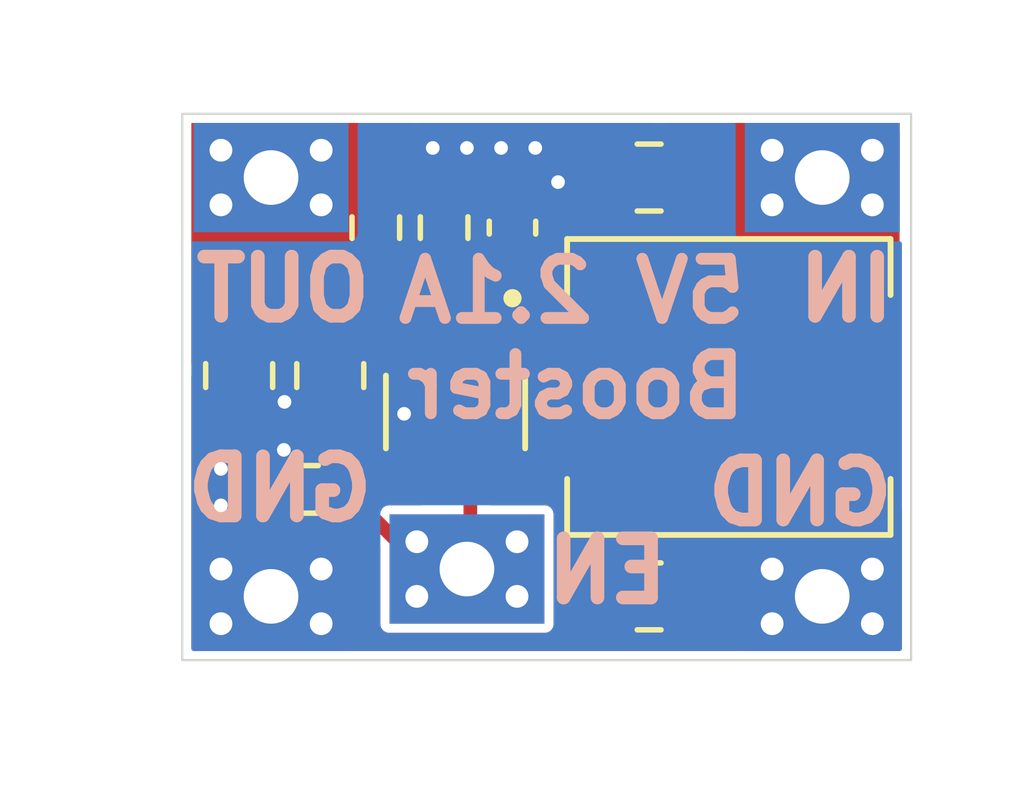
<source format=kicad_pcb>
(kicad_pcb (version 20241229) (generator "pcbnew") (generator_version "9.0")
  (layers (0 "F.Cu" signal) (2 "B.Cu" signal) (13 "F.Paste" user) (15 "B.Paste" user) (5 "F.SilkS" user "F.Silkscreen") (7 "B.SilkS" user "B.Silkscreen") (1 "F.Mask" user) (3 "B.Mask" user) (25 "Edge.Cuts" user))
  (net 0 "")
  (net 1 "GND")
  (net 2 "VIN")
  (net 3 "VOUT")
  (net 4 "Net-(U2-SW)")
  (net 5 "Net-(U2-FB)")
  (net 6 "EN")
  (footprint "Capacitor_SMD:C_0603_1608Metric" (layer "F.Cu") (at 145 81.5 90)
    (property "Reference" "C2" (hide yes))
    (property "Value" "1uF")
    (fp_line (start -0.14058 -0.51) (end 0.14058 -0.51) (stroke (width 0.12)) (layer "F.SilkS"))
    (fp_line (start -0.14058 0.51) (end 0.14058 0.51) (stroke (width 0.12)) (layer "F.SilkS"))
    (pad "1" smd roundrect (at -0.775 0 90) (size 0.9 0.95) (layers "F.Cu" "F.Mask" "F.Paste") (net 2 "VIN"))
    (pad "2" smd roundrect (at 0.775 0 90) (size 0.9 0.95) (layers "F.Cu" "F.Mask" "F.Paste") (net 1 "GND"))
  )
  (footprint "Capacitor_SMD:C_0805_2012Metric" (layer "F.Cu") (at 139 84.75 -90)
    (property "Reference" "C4" (hide yes))
    (property "Value" "22uF")
    (fp_line (start -0.261252 0.735) (end 0.261252 0.735) (stroke (width 0.12)) (layer "F.SilkS"))
    (fp_line (start -0.261252 -0.735) (end 0.261252 -0.735) (stroke (width 0.12)) (layer "F.SilkS"))
    (pad "1" smd roundrect (at -0.95 0 270) (size 1 1.45) (layers "F.Cu" "F.Mask" "F.Paste") (net 3 "VOUT"))
    (pad "2" smd roundrect (at 0.95 0 270) (size 1 1.45) (layers "F.Cu" "F.Mask" "F.Paste") (net 1 "GND"))
  )
  (footprint "Capacitor_SMD:C_0805_2012Metric" (layer "F.Cu") (at 141 84.75 -90)
    (property "Reference" "C3" (hide yes))
    (property "Value" "22uF")
    (fp_line (start -0.261252 0.735) (end 0.261252 0.735) (stroke (width 0.12)) (layer "F.SilkS"))
    (fp_line (start -0.261252 -0.735) (end 0.261252 -0.735) (stroke (width 0.12)) (layer "F.SilkS"))
    (pad "1" smd roundrect (at -0.95 0 270) (size 1 1.45) (layers "F.Cu" "F.Mask" "F.Paste") (net 3 "VOUT"))
    (pad "2" smd roundrect (at 0.95 0 270) (size 1 1.45) (layers "F.Cu" "F.Mask" "F.Paste") (net 1 "GND"))
  )
  (footprint "Solder pads:Solder_pad_4x3mm" (layer "F.Cu") (at 139.7 80.4 180)
    (property "Reference" "J1" (hide yes))
    (property "Value" "VOUT")
    (pad "1" thru_hole circle (at -1.1 -0.6 180) (size 0.8 0.8) (drill 0.5) (layers "*.Cu" "*.Mask") (net 3 "VOUT"))
    (pad "1" thru_hole circle (at -1.1 0.6 180) (size 0.8 0.8) (drill 0.5) (layers "*.Cu" "*.Mask") (net 3 "VOUT"))
    (pad "1" thru_hole rect (at 0 0 180) (size 3.4 2.4) (drill 1.2) (layers "*.Cu" "*.Mask") (net 3 "VOUT"))
    (pad "1" thru_hole circle (at 1.1 -0.6 180) (size 0.8 0.8) (drill 0.5) (layers "*.Cu" "*.Mask") (net 3 "VOUT"))
    (pad "1" thru_hole circle (at 1.1 0.6 180) (size 0.8 0.8) (drill 0.5) (layers "*.Cu" "*.Mask") (net 3 "VOUT"))
  )
  (footprint "RT4812GJ8F:SOT65P279X100-8N" (layer "F.Cu") (at 143.75 85.55 -90)
    (property "Reference" "U2" (hide yes))
    (property "Value" "RT4812GJ8F")
    (fp_line (start -0.8 1.5285) (end 0.8 1.5285) (stroke (width 0.127)) (layer "F.SilkS"))
    (fp_line (start -0.8 -1.5285) (end 0.8 -1.5285) (stroke (width 0.127)) (layer "F.SilkS"))
    (fp_circle (center -2.5 -1.25) (end -2.4 -1.25) (stroke (width 0.2)) (fill no) (layer "F.SilkS"))
    (pad "1" smd roundrect (at -1.25 -0.975 270) (size 1.22 0.48) (layers "F.Cu" "F.Mask" "F.Paste") (roundrect_rratio 0.125) (net 2 "VIN"))
    (pad "2" smd roundrect (at -1.25 -0.325 270) (size 1.22 0.48) (layers "F.Cu" "F.Mask" "F.Paste") (roundrect_rratio 0.125) (net 5 "Net-(U2-FB)"))
    (pad "3" smd roundrect (at -1.25 0.325 270) (size 1.22 0.48) (layers "F.Cu" "F.Mask" "F.Paste") (roundrect_rratio 0.125) (net 3 "VOUT"))
    (pad "4" smd roundrect (at -1.25 0.975 270) (size 1.22 0.48) (layers "F.Cu" "F.Mask" "F.Paste") (roundrect_rratio 0.125) (net 1 "GND"))
    (pad "5" smd roundrect (at 1.25 0.975 270) (size 1.22 0.48) (layers "F.Cu" "F.Mask" "F.Paste") (roundrect_rratio 0.125) (net 1 "GND"))
    (pad "6" smd roundrect (at 1.25 0.325 270) (size 1.22 0.48) (layers "F.Cu" "F.Mask" "F.Paste") (roundrect_rratio 0.125) (net 4 "Net-(U2-SW)"))
    (pad "7" smd roundrect (at 1.25 -0.325 270) (size 1.22 0.48) (layers "F.Cu" "F.Mask" "F.Paste") (roundrect_rratio 0.125) (net 6 "EN"))
    (pad "8" smd roundrect (at 1.25 -0.975 270) (size 1.22 0.48) (layers "F.Cu" "F.Mask" "F.Paste") (roundrect_rratio 0.125) (net 2 "VIN"))
  )
  (footprint "Resistor_SMD:R_0603_1608Metric" (layer "F.Cu") (at 140.5 87.25 180)
    (property "Reference" "R3" (hide yes))
    (property "Value" "100k")
    (fp_line (start -0.237258 0.5225) (end 0.237258 0.5225) (stroke (width 0.12)) (layer "F.SilkS"))
    (fp_line (start -0.237258 -0.5225) (end 0.237258 -0.5225) (stroke (width 0.12)) (layer "F.SilkS"))
    (pad "1" smd roundrect (at -0.825 0 180) (size 0.8 0.95) (layers "F.Cu" "F.Mask" "F.Paste") (net 6 "EN"))
    (pad "2" smd roundrect (at 0.825 0 180) (size 0.8 0.95) (layers "F.Cu" "F.Mask" "F.Paste") (net 1 "GND"))
  )
  (footprint "Capacitor_SMD:C_0805_2012Metric" (layer "F.Cu") (at 148 80.4 180)
    (property "Reference" "C1" (hide yes))
    (property "Value" "22uF")
    (fp_line (start -0.261252 0.735) (end 0.261252 0.735) (stroke (width 0.12)) (layer "F.SilkS"))
    (fp_line (start -0.261252 -0.735) (end 0.261252 -0.735) (stroke (width 0.12)) (layer "F.SilkS"))
    (pad "1" smd roundrect (at -0.95 0 180) (size 1 1.45) (layers "F.Cu" "F.Mask" "F.Paste") (net 2 "VIN"))
    (pad "2" smd roundrect (at 0.95 0 180) (size 1 1.45) (layers "F.Cu" "F.Mask" "F.Paste") (net 1 "GND"))
  )
  (footprint "Solder pads:Solder_pad_4x3mm" (layer "F.Cu") (at 144 89 180)
    (property "Reference" "J5" (hide yes))
    (property "Value" "EN")
    (pad "1" thru_hole circle (at -1.1 -0.6 180) (size 0.8 0.8) (drill 0.5) (layers "*.Cu" "*.Mask") (net 6 "EN"))
    (pad "1" thru_hole circle (at -1.1 0.6 180) (size 0.8 0.8) (drill 0.5) (layers "*.Cu" "*.Mask") (net 6 "EN"))
    (pad "1" thru_hole rect (at 0 0 180) (size 3.4 2.4) (drill 1.2) (layers "*.Cu" "*.Mask") (net 6 "EN"))
    (pad "1" thru_hole circle (at 1.1 -0.6 180) (size 0.8 0.8) (drill 0.5) (layers "*.Cu" "*.Mask") (net 6 "EN"))
    (pad "1" thru_hole circle (at 1.1 0.6 180) (size 0.8 0.8) (drill 0.5) (layers "*.Cu" "*.Mask") (net 6 "EN"))
  )
  (footprint "Capacitor_SMD:C_0805_2012Metric" (layer "F.Cu") (at 148 89.6)
    (property "Reference" "C5" (hide yes))
    (property "Value" "22uF")
    (fp_line (start -0.261252 -0.735) (end 0.261252 -0.735) (stroke (width 0.12)) (layer "F.SilkS"))
    (fp_line (start -0.261252 0.735) (end 0.261252 0.735) (stroke (width 0.12)) (layer "F.SilkS"))
    (pad "1" smd roundrect (at -0.95 0) (size 1 1.45) (layers "F.Cu" "F.Mask" "F.Paste") (net 2 "VIN"))
    (pad "2" smd roundrect (at 0.95 0) (size 1 1.45) (layers "F.Cu" "F.Mask" "F.Paste") (net 1 "GND"))
  )
  (footprint "Resistor_SMD:R_0603_1608Metric" (layer "F.Cu") (at 142 81.5 -90)
    (property "Reference" "R1" (hide yes))
    (property "Value" "909k")
    (fp_line (start -0.237258 0.5225) (end 0.237258 0.5225) (stroke (width 0.12)) (layer "F.SilkS"))
    (fp_line (start -0.237258 -0.5225) (end 0.237258 -0.5225) (stroke (width 0.12)) (layer "F.SilkS"))
    (pad "1" smd roundrect (at -0.825 0 270) (size 0.8 0.95) (layers "F.Cu" "F.Mask" "F.Paste") (net 3 "VOUT"))
    (pad "2" smd roundrect (at 0.825 0 270) (size 0.8 0.95) (layers "F.Cu" "F.Mask" "F.Paste") (net 5 "Net-(U2-FB)"))
  )
  (footprint "Resistor_SMD:R_0603_1608Metric" (layer "F.Cu") (at 143.5 81.5 90)
    (property "Reference" "R2" (hide yes))
    (property "Value" "100k")
    (fp_line (start -0.237258 -0.5225) (end 0.237258 -0.5225) (stroke (width 0.12)) (layer "F.SilkS"))
    (fp_line (start -0.237258 0.5225) (end 0.237258 0.5225) (stroke (width 0.12)) (layer "F.SilkS"))
    (pad "1" smd roundrect (at -0.825 0 90) (size 0.8 0.95) (layers "F.Cu" "F.Mask" "F.Paste") (net 5 "Net-(U2-FB)"))
    (pad "2" smd roundrect (at 0.825 0 90) (size 0.8 0.95) (layers "F.Cu" "F.Mask" "F.Paste") (net 1 "GND"))
  )
  (footprint "SPM6530T_1R5M100:IND_SPM6530T-1R5M100" (layer "F.Cu") (at 149.75 85 180)
    (property "Reference" "L1" (hide yes))
    (property "Value" "SPM6530T-1R5M100")
    (fp_line (start 3.55 3.25) (end 3.55 2.02) (stroke (width 0.127)) (layer "F.SilkS"))
    (fp_line (start 3.55 -3.25) (end 3.55 -2.02) (stroke (width 0.127)) (layer "F.SilkS"))
    (fp_line (start -3.55 3.25) (end 3.55 3.25) (stroke (width 0.127)) (layer "F.SilkS"))
    (fp_line (start -3.55 3.25) (end -3.55 2.02) (stroke (width 0.127)) (layer "F.SilkS"))
    (fp_line (start -3.55 -3.25) (end 3.55 -3.25) (stroke (width 0.127)) (layer "F.SilkS"))
    (fp_line (start -3.55 -3.25) (end -3.55 -2.02) (stroke (width 0.127)) (layer "F.SilkS"))
    (pad "1" smd roundrect (at -2.775 0 180) (size 1.85 3.4) (layers "F.Cu" "F.Mask" "F.Paste") (roundrect_rratio 0.1351351351) (net 2 "VIN"))
    (pad "2" smd roundrect (at 2.775 0 180) (size 1.85 3.4) (layers "F.Cu" "F.Mask" "F.Paste") (roundrect_rratio 0.1351351351) (net 4 "Net-(U2-SW)") (clearance 0.5))
  )
  (footprint "Solder pads:Solder_pad_4x3mm" (layer "F.Cu") (at 151.8 80.4 180)
    (property "Reference" "J4" (hide yes))
    (property "Value" "VIN")
    (pad "1" thru_hole circle (at -1.1 -0.6 180) (size 0.8 0.8) (drill 0.5) (layers "*.Cu" "*.Mask") (net 2 "VIN"))
    (pad "1" thru_hole circle (at -1.1 0.6 180) (size 0.8 0.8) (drill 0.5) (layers "*.Cu" "*.Mask") (net 2 "VIN"))
    (pad "1" thru_hole rect (at 0 0 180) (size 3.4 2.4) (drill 1.2) (layers "*.Cu" "*.Mask") (net 2 "VIN"))
    (pad "1" thru_hole circle (at 1.1 -0.6 180) (size 0.8 0.8) (drill 0.5) (layers "*.Cu" "*.Mask") (net 2 "VIN"))
    (pad "1" thru_hole circle (at 1.1 0.6 180) (size 0.8 0.8) (drill 0.5) (layers "*.Cu" "*.Mask") (net 2 "VIN"))
  )
  (footprint "Solder pads:Solder_pad_4x3mm" (layer "F.Cu") (at 139.7 89.6 180)
    (property "Reference" "J2" (hide yes))
    (property "Value" "GND")
    (pad "1" thru_hole circle (at -1.1 -0.6 180) (size 0.8 0.8) (drill 0.5) (layers "*.Cu" "*.Mask") (net 1 "GND"))
    (pad "1" thru_hole circle (at -1.1 0.6 180) (size 0.8 0.8) (drill 0.5) (layers "*.Cu" "*.Mask") (net 1 "GND"))
    (pad "1" thru_hole rect (at 0 0 180) (size 3.4 2.4) (drill 1.2) (layers "*.Cu" "*.Mask") (net 1 "GND"))
    (pad "1" thru_hole circle (at 1.1 -0.6 180) (size 0.8 0.8) (drill 0.5) (layers "*.Cu" "*.Mask") (net 1 "GND"))
    (pad "1" thru_hole circle (at 1.1 0.6 180) (size 0.8 0.8) (drill 0.5) (layers "*.Cu" "*.Mask") (net 1 "GND"))
  )
  (footprint "Solder pads:Solder_pad_4x3mm" (layer "F.Cu") (at 151.8 89.6)
    (property "Reference" "J3" (hide yes))
    (property "Value" "GND")
    (pad "1" thru_hole circle (at -1.1 -0.6) (size 0.8 0.8) (drill 0.5) (layers "*.Cu" "*.Mask") (net 1 "GND"))
    (pad "1" thru_hole circle (at -1.1 0.6) (size 0.8 0.8) (drill 0.5) (layers "*.Cu" "*.Mask") (net 1 "GND"))
    (pad "1" thru_hole rect (at 0 0) (size 3.4 2.4) (drill 1.2) (layers "*.Cu" "*.Mask") (net 1 "GND"))
    (pad "1" thru_hole circle (at 1.1 -0.6) (size 0.8 0.8) (drill 0.5) (layers "*.Cu" "*.Mask") (net 1 "GND"))
    (pad "1" thru_hole circle (at 1.1 0.6) (size 0.8 0.8) (drill 0.5) (layers "*.Cu" "*.Mask") (net 1 "GND"))
  )
  (gr_rect (start 137.75 79) (end 153.75 91) (stroke (width 0.05)) (fill no) (layer "Edge.Cuts"))
  (gr_text "GND" (at 153.493151 88.086542 0) (layer "B.SilkS") (effects (font (size 1.3 1.3) (thickness 0.3) (bold yes)) (justify left bottom mirror)))
  (gr_text "5V 2.1A\nBooster" (at 150.25 85.75 0) (layer "B.SilkS") (effects (font (size 1.3 1.3) (thickness 0.26) (bold yes)) (justify left bottom mirror)))
  (gr_text "EN" (at 148.548662 89.8 0) (layer "B.SilkS") (effects (font (size 1.3 1.3) (thickness 0.3) (bold yes)) (justify left bottom mirror)))
  (gr_text "IN" (at 153.512657 83.612388 0) (layer "B.SilkS") (effects (font (size 1.3 1.3) (thickness 0.3) (bold yes)) (justify left bottom mirror)))
  (gr_text "OUT" (at 142.021472 83.611139 0) (layer "B.SilkS") (effects (font (size 1.3 1.3) (thickness 0.3) (bold yes)) (justify left bottom mirror)))
  (gr_text "GND" (at 142.072879 87.997879 0) (layer "B.SilkS") (effects (font (size 1.3 1.3) (thickness 0.3) (bold yes)) (justify left bottom mirror)))
  (via (at 138.6 86.8) (size 0.6) (drill 0.3) (layers "F.Cu" "B.Cu") (net 1))
  (via (at 143.25 79.75) (size 0.6) (drill 0.3) (layers "F.Cu" "B.Cu") (net 1))
  (via (at 142.620963 85.589707) (size 0.6) (drill 0.3) (layers "F.Cu" "B.Cu") (net 1))
  (via (at 145.5 79.75) (size 0.6) (drill 0.3) (layers "F.Cu" "B.Cu") (net 1))
  (via (at 138.6 87.6) (size 0.6) (drill 0.3) (layers "F.Cu" "B.Cu") (net 1))
  (via (at 144.75 79.75) (size 0.6) (drill 0.3) (layers "F.Cu" "B.Cu") (net 1))
  (via (at 139.99462 85.327762) (size 0.6) (drill 0.3) (layers "F.Cu" "B.Cu") (net 1))
  (via (at 146 80.5) (size 0.6) (drill 0.3) (layers "F.Cu" "B.Cu") (net 1))
  (via (at 144 79.75) (size 0.6) (drill 0.3) (layers "F.Cu" "B.Cu") (net 1))
  (via (at 139.980833 86.382435) (size 0.6) (drill 0.3) (layers "F.Cu" "B.Cu") (net 1))
  (segment (start 142 82.325) (end 143.5 82.325) (width 0.3) (layer "F.Cu") (net 5))
  (segment (start 144.075 82.9) (end 143.5 82.325) (width 0.3) (layer "F.Cu") (net 5))
  (segment (start 144.075 84.75) (end 144.075 82.9) (width 0.3) (layer "F.Cu") (net 5))
  (segment (start 144.075 87.25) (end 144.075 89.425) (width 0.3) (layer "F.Cu") (net 6))
  (segment (start 142.9 88.9) (end 142.9 88.825) (width 0.3) (layer "F.Cu") (net 6))
  (segment (start 142.9 88.825) (end 141.325 87.25) (width 0.3) (layer "F.Cu") (net 6))
  (segment (start 144.075 89.425) (end 144 89.5) (width 0.3) (layer "F.Cu") (net 6))
  (zone (net 2) (net_name "VIN") (layer "F.Cu") (name "VIN") (priority 2) (connect_pads yes (clearance 0)) (min_thickness 0.025) (fill yes (thermal_gap 0.5) (thermal_bridge_width 0.5) (smoothing fillet) (radius 0.2))
    (polygon (pts (xy 144.5 84.8) (xy 144.499999 81.656516) (xy 148.264285 81.606658) (xy 148.245588 79.2) (xy 153.5 79.2) (xy 153.493151 87.477447) (xy 150 87.5) (xy 147.75 89) (xy 147.75 90.320585) (xy 145.895419 90.320585) (xy 145.895419 88) (xy 144.5 88) (xy 144.5 86.2) (xy 145.7 87.2) (xy 147.6 87.199432) (xy 145.646437 83.182719) (xy 144.967419 84.75)))
  )
  (zone (net 4) (net_name "Net-(U2-SW)") (layer "F.Cu") (name "SW") (priority 4) (connect_pads yes (clearance 0)) (min_thickness 0.025) (fill yes (thermal_gap 0.5) (thermal_bridge_width 0.5) (smoothing fillet) (radius 0.2))
    (polygon (pts (xy 143.183685 87.2) (xy 143.18264 85.285459) (xy 145.267692 85.258068) (xy 146.06062 83.312546) (xy 147.894235 83.312546) (xy 147.908022 86.699449) (xy 146.047896 86.704295) (xy 145.070993 85.91175) (xy 143.601345 85.926353) (xy 143.666351 87.2)))
  )
  (zone (net 3) (net_name "VOUT") (layer "F.Cu") (connect_pads yes (clearance 0)) (min_thickness 0.025) (fill yes (thermal_gap 0.5) (thermal_bridge_width 0.5) (smoothing fillet) (radius 0.2))
    (polygon (pts (xy 143.16728 84.7) (xy 143.16728 83.960481) (xy 142.484371 83.984371) (xy 142.460522 84.499994) (xy 137.285704 84.500326) (xy 137.5 78.5) (xy 142.75 78.5) (xy 142.75 81.727968) (xy 142 81.727968) (xy 142 82.931996) (xy 143.664527 82.931996) (xy 143.663236 84.740849)))
  )
  (zone (net 1) (net_name "GND") (layers "F.Cu" "B.Cu") (name "GND") (connect_pads yes (clearance 0)) (min_thickness 0.1) (fill yes (thermal_gap 0.5) (thermal_bridge_width 0.5) (smoothing fillet) (radius 0.2))
    (polygon (pts (xy 135 76.75) (xy 156.25 76.5) (xy 156.25 93.75) (xy 133.75 93.75)))
  )
)
</source>
